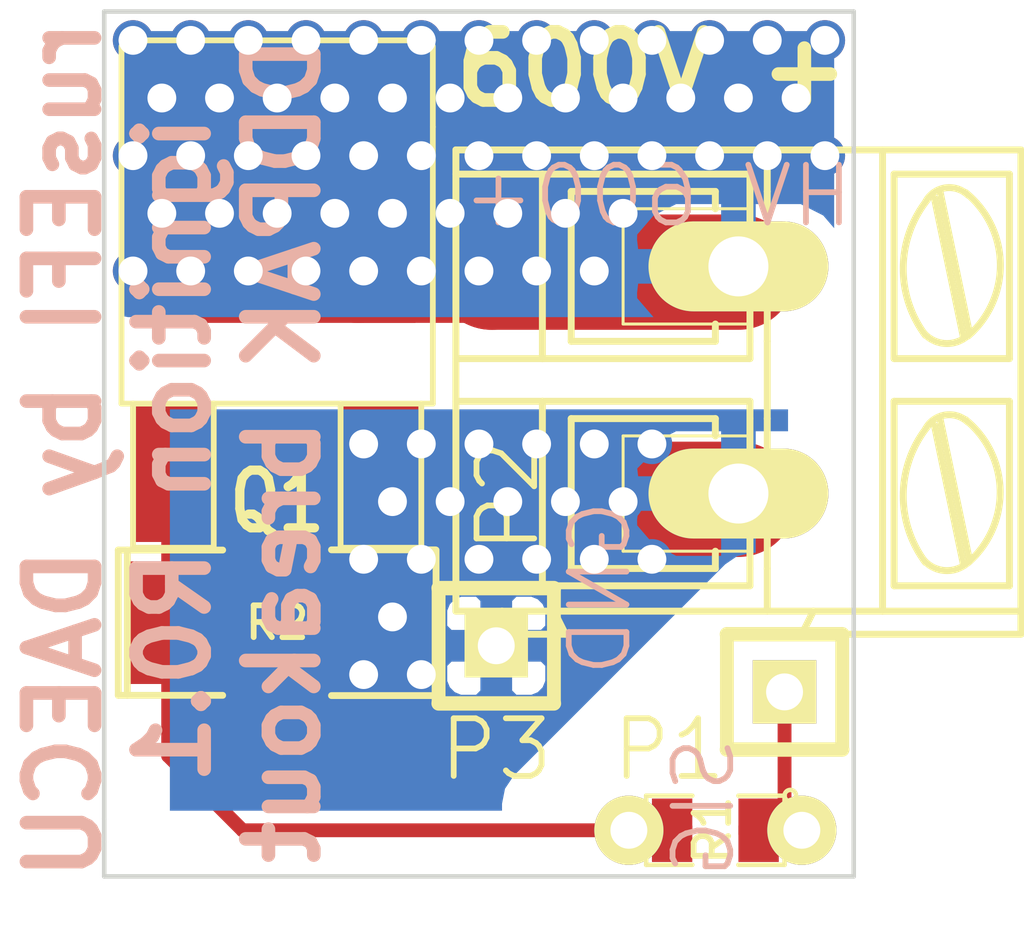
<source format=kicad_pcb>
(kicad_pcb (version 20221018) (generator pcbnew)
  (title_block (title "DDPAK breakout") (rev "R0.1") (company "rusEFI"))
  (layers (0 "F.Cu" signal) (31 "B.Cu" signal) (34 "B.Paste" user) (35 "F.Paste" user) (36 "B.SilkS" user) (37 "F.SilkS" user) (38 "B.Mask" user) (39 "F.Mask" user) (44 "Edge.Cuts" user))
  (net 0 "")
  (net 1 "/GND")
  (net 2 "/HV")
  (net 3 "/SIG")
  (net 4 "/SIG2")
  (footprint "SM2010" (layer "F.Cu") (at 212.09 172.212)
    (fp_text reference "R2" (at 0 0) (layer "F.SilkS") (effects (font (size 0.70104 0.70104) (thickness 0.127))))
    (fp_text value "100K" hide)
    (fp_line (start -3.5 -1.6) (end -3.5 1.6) (stroke (width 0.15)) (layer "F.SilkS"))
    (fp_line (start -3.5 1.6) (end -1.2 1.6) (stroke (width 0.15)) (layer "F.SilkS"))
    (fp_line (start -3.3 -1.6) (end -3.3 1.6) (stroke (width 0.15)) (layer "F.SilkS"))
    (fp_line (start -1.2 -1.6) (end -3.5 -1.6) (stroke (width 0.15)) (layer "F.SilkS"))
    (fp_line (start 1.19634 1.60528) (end 3.48234 1.60528) (stroke (width 0.15)) (layer "F.SilkS"))
    (fp_line (start 3.48234 -1.60528) (end 1.19634 -1.60528) (stroke (width 0.15)) (layer "F.SilkS"))
    (fp_line (start 3.50012 -1.6002) (end 3.50012 1.6002) (stroke (width 0.15)) (layer "F.SilkS"))
    (pad "1" smd rect (at -2.4003 0) (size 1.80086 2.70002) (layers "F.Cu" "F.Paste" "F.Mask") (net 4 "/SIG2"))
    (pad "2" smd rect (at 2.4003 0) (size 1.80086 2.70002) (layers "F.Cu" "F.Paste" "F.Mask") (net 1 "/GND"))
  )
  (footprint "DPAK2" (layer "F.Cu") (at 212.09 168.91)
    (fp_text reference "Q1" (at 0 0.635) (layer "F.SilkS") (effects (font (size 1.27 1.016) (thickness 0.2032))))
    (fp_text value "IRGS14C40L" hide)
    (fp_line (start -3.429 -9.525) (end 3.429 -9.525) (stroke (width 0.127)) (layer "F.SilkS"))
    (fp_line (start -3.429 -1.524) (end -3.429 -9.398) (stroke (width 0.127)) (layer "F.SilkS"))
    (fp_line (start -3.175 -1.524) (end -3.175 1.651) (stroke (width 0.127)) (layer "F.SilkS"))
    (fp_line (start -3.175 1.651) (end -1.397 1.651) (stroke (width 0.127)) (layer "F.SilkS"))
    (fp_line (start -1.397 1.651) (end -1.397 -1.524) (stroke (width 0.127)) (layer "F.SilkS"))
    (fp_line (start 1.397 -1.524) (end 1.397 1.651) (stroke (width 0.127)) (layer "F.SilkS"))
    (fp_line (start 1.397 1.651) (end 3.175 1.651) (stroke (width 0.127)) (layer "F.SilkS"))
    (fp_line (start 3.175 1.651) (end 3.175 -1.524) (stroke (width 0.127)) (layer "F.SilkS"))
    (fp_line (start 3.429 -9.398) (end 3.429 -7.62) (stroke (width 0.127)) (layer "F.SilkS"))
    (fp_line (start 3.429 -7.62) (end 3.429 -1.524) (stroke (width 0.127)) (layer "F.SilkS"))
    (fp_line (start 3.429 -1.524) (end -3.429 -1.524) (stroke (width 0.127)) (layer "F.SilkS"))
    (pad "1" smd rect (at -2.286 0) (size 1.651 3.048) (layers "F.Cu" "F.Paste" "F.Mask") (net 4 "/SIG2"))
    (pad "2" smd rect (at 0 -6.35) (size 6.096 6.096) (layers "F.Cu" "F.Paste" "F.Mask") (net 2 "/HV"))
    (pad "3" smd rect (at 2.286 0) (size 1.651 3.048) (layers "F.Cu" "F.Paste" "F.Mask") (net 1 "/GND"))
  )
  (footprint "AK300-2" (layer "F.Cu") (at 222.25 166.878 -90)
    (fp_text reference "P2" (at 2.54 5.08 270) (layer "F.SilkS") (effects (font (size 1.27 1.27) (thickness 0.127))))
    (fp_text value "CONN_2" hide)
    (fp_line (start -5.08 -3.175) (end -5.08 -6.223) (stroke (width 0.1524)) (layer "F.SilkS"))
    (fp_line (start -5.08 -3.175) (end 5.08 -3.175) (stroke (width 0.1524)) (layer "F.SilkS"))
    (fp_line (start -5.08 -0.635) (end -5.08 -3.175) (stroke (width 0.1524)) (layer "F.SilkS"))
    (fp_line (start -5.08 -0.635) (end -4.1656 -0.635) (stroke (width 0.1524)) (layer "F.SilkS"))
    (fp_line (start -5.08 6.223) (end -5.08 -0.635) (stroke (width 0.1524)) (layer "F.SilkS"))
    (fp_line (start -5.08 6.223) (end -4.5466 6.223) (stroke (width 0.1524)) (layer "F.SilkS"))
    (fp_line (start -4.5466 -3.429) (end -4.5466 -5.969) (stroke (width 0.1524)) (layer "F.SilkS"))
    (fp_line (start -4.5466 -0.254) (end -4.5466 4.318) (stroke (width 0.1524)) (layer "F.SilkS"))
    (fp_line (start -4.5466 -0.254) (end -4.1656 -0.254) (stroke (width 0.1524)) (layer "F.SilkS"))
    (fp_line (start -4.5466 4.318) (end -4.5466 6.223) (stroke (width 0.1524)) (layer "F.SilkS"))
    (fp_line (start -4.5466 6.223) (end -0.4826 6.223) (stroke (width 0.1524)) (layer "F.SilkS"))
    (fp_line (start -4.1656 -0.635) (end -0.8636 -0.635) (stroke (width 0.1524)) (layer "F.SilkS"))
    (fp_line (start -4.1656 0.508) (end -3.7846 0.508) (stroke (width 0.1524)) (layer "F.SilkS"))
    (fp_line (start -4.1656 3.683) (end -4.1656 0.508) (stroke (width 0.1524)) (layer "F.SilkS"))
    (fp_line (start -4.1402 -4.445) (end -1.08966 -5.08) (stroke (width 0.1524)) (layer "F.SilkS"))
    (fp_line (start -4.0132 -4.318) (end -0.9652 -4.953) (stroke (width 0.1524)) (layer "F.SilkS"))
    (fp_line (start -3.7846 -0.254) (end -1.2446 -0.254) (stroke (width 0.06604)) (layer "F.SilkS"))
    (fp_line (start -3.7846 2.54) (end -3.7846 -0.254) (stroke (width 0.06604)) (layer "F.SilkS"))
    (fp_line (start -3.7846 2.54) (end -1.2446 2.54) (stroke (width 0.06604)) (layer "F.SilkS"))
    (fp_line (start -1.2446 2.54) (end -1.2446 -0.254) (stroke (width 0.06604)) (layer "F.SilkS"))
    (fp_line (start -0.8636 -0.635) (end 0.8382 -0.635) (stroke (width 0.1524)) (layer "F.SilkS"))
    (fp_line (start -0.8636 -0.254) (end -4.1656 -0.254) (stroke (width 0.1524)) (layer "F.SilkS"))
    (fp_line (start -0.8636 0.508) (end -1.2446 0.508) (stroke (width 0.1524)) (layer "F.SilkS"))
    (fp_line (start -0.8636 3.683) (end -4.1656 3.683) (stroke (width 0.1524)) (layer "F.SilkS"))
    (fp_line (start -0.8636 3.683) (end -0.8636 0.508) (stroke (width 0.1524)) (layer "F.SilkS"))
    (fp_line (start -0.4826 -5.969) (end -4.5466 -5.969) (stroke (width 0.1524)) (layer "F.SilkS"))
    (fp_line (start -0.4826 -3.429) (end -4.5466 -3.429) (stroke (width 0.1524)) (layer "F.SilkS"))
    (fp_line (start -0.4826 -3.429) (end -0.4826 -5.969) (stroke (width 0.1524)) (layer "F.SilkS"))
    (fp_line (start -0.4826 -0.254) (end -0.8636 -0.254) (stroke (width 0.1524)) (layer "F.SilkS"))
    (fp_line (start -0.4826 4.318) (end -4.5466 4.318) (stroke (width 0.1524)) (layer "F.SilkS"))
    (fp_line (start -0.4826 4.318) (end -0.4826 -0.254) (stroke (width 0.1524)) (layer "F.SilkS"))
    (fp_line (start -0.4826 6.223) (end -0.4826 4.318) (stroke (width 0.1524)) (layer "F.SilkS"))
    (fp_line (start -0.4826 6.223) (end 0.4572 6.223) (stroke (width 0.1524)) (layer "F.SilkS"))
    (fp_line (start 0.4572 -5.969) (end 4.5212 -5.969) (stroke (width 0.1524)) (layer "F.SilkS"))
    (fp_line (start 0.4572 -3.429) (end 0.4572 -5.969) (stroke (width 0.1524)) (layer "F.SilkS"))
    (fp_line (start 0.4572 -0.254) (end 0.8382 -0.254) (stroke (width 0.1524)) (layer "F.SilkS"))
    (fp_line (start 0.4572 4.318) (end 0.4572 -0.254) (stroke (width 0.1524)) (layer "F.SilkS"))
    (fp_line (start 0.4572 4.318) (end 4.5212 4.318) (stroke (width 0.1524)) (layer "F.SilkS"))
    (fp_line (start 0.4572 6.223) (end 0.4572 4.318) (stroke (width 0.1524)) (layer "F.SilkS"))
    (fp_line (start 0.4572 6.223) (end 4.5212 6.223) (stroke (width 0.1524)) (layer "F.SilkS"))
    (fp_line (start 0.8382 -0.254) (end 4.1402 -0.254) (stroke (width 0.1524)) (layer "F.SilkS"))
    (fp_line (start 0.8382 0.508) (end 1.2192 0.508) (stroke (width 0.1524)) (layer "F.SilkS"))
    (fp_line (start 0.8382 3.683) (end 0.8382 0.508) (stroke (width 0.1524)) (layer "F.SilkS"))
    (fp_line (start 0.8636 -4.445) (end 3.9116 -5.08) (stroke (width 0.1524)) (layer "F.SilkS"))
    (fp_line (start 0.9906 -4.318) (end 4.0386 -4.953) (stroke (width 0.1524)) (layer "F.SilkS"))
    (fp_line (start 1.2192 -0.254) (end 3.7592 -0.254) (stroke (width 0.06604)) (layer "F.SilkS"))
    (fp_line (start 1.2192 2.54) (end 1.2192 -0.254) (stroke (width 0.06604)) (layer "F.SilkS"))
    (fp_line (start 1.2192 2.54) (end 3.7592 2.54) (stroke (width 0.06604)) (layer "F.SilkS"))
    (fp_line (start 3.7592 2.54) (end 3.7592 -0.254) (stroke (width 0.06604)) (layer "F.SilkS"))
    (fp_line (start 4.1402 -0.635) (end 0.8382 -0.635) (stroke (width 0.1524)) (layer "F.SilkS"))
    (fp_line (start 4.1402 0.508) (end 3.7592 0.508) (stroke (width 0.1524)) (layer "F.SilkS"))
    (fp_line (start 4.1402 3.683) (end 0.8382 3.683) (stroke (width 0.1524)) (layer "F.SilkS"))
    (fp_line (start 4.1402 3.683) (end 4.1402 0.508) (stroke (width 0.1524)) (layer "F.SilkS"))
    (fp_line (start 4.5212 -5.969) (end 4.5212 -3.429) (stroke (width 0.1524)) (layer "F.SilkS"))
    (fp_line (start 4.5212 -3.429) (end 0.4572 -3.429) (stroke (width 0.1524)) (layer "F.SilkS"))
    (fp_line (start 4.5212 -0.254) (end 4.1402 -0.254) (stroke (width 0.1524)) (layer "F.SilkS"))
    (fp_line (start 4.5212 -0.254) (end 4.5212 4.318) (stroke (width 0.1524)) (layer "F.SilkS"))
    (fp_line (start 4.5212 4.318) (end 4.5212 6.223) (stroke (width 0.1524)) (layer "F.SilkS"))
    (fp_line (start 4.5212 6.223) (end 5.08 6.223) (stroke (width 0.1524)) (layer "F.SilkS"))
    (fp_line (start 5.08 -6.223) (end -5.08 -6.223) (stroke (width 0.1524)) (layer "F.SilkS"))
    (fp_line (start 5.08 -6.223) (end 5.08 -3.175) (stroke (width 0.1524)) (layer "F.SilkS"))
    (fp_line (start 5.08 -6.223) (end 5.588 -6.223) (stroke (width 0.1524)) (layer "F.SilkS"))
    (fp_line (start 5.08 -3.175) (end 5.08 -1.651) (stroke (width 0.1524)) (layer "F.SilkS"))
    (fp_line (start 5.08 -1.651) (end 5.08 -0.635) (stroke (width 0.1524)) (layer "F.SilkS"))
    (fp_line (start 5.08 -0.635) (end 4.1402 -0.635) (stroke (width 0.1524)) (layer "F.SilkS"))
    (fp_line (start 5.08 -0.635) (end 5.08 4.064) (stroke (width 0.1524)) (layer "F.SilkS"))
    (fp_line (start 5.08 4.064) (end 5.08 5.207) (stroke (width 0.1524)) (layer "F.SilkS"))
    (fp_line (start 5.08 5.207) (end 5.08 6.223) (stroke (width 0.1524)) (layer "F.SilkS"))
    (fp_line (start 5.588 -6.223) (end 5.588 -1.397) (stroke (width 0.1524)) (layer "F.SilkS"))
    (fp_line (start 5.588 -1.397) (end 5.08 -1.651) (stroke (width 0.1524)) (layer "F.SilkS"))
    (fp_line (start 5.588 3.81) (end 5.08 4.064) (stroke (width 0.1524)) (layer "F.SilkS"))
    (fp_line (start 5.588 3.81) (end 5.588 5.461) (stroke (width 0.1524)) (layer "F.SilkS"))
    (fp_line (start 5.588 5.461) (end 5.08 5.207) (stroke (width 0.1524)) (layer "F.SilkS"))
    (fp_arc (start -4.1402 -5.0038) (mid -2.575347 -5.768837) (end -0.983427 -5.061847) (stroke (width 0.1524)) (layer "F.SilkS"))
    (fp_arc (start -3.94462 -4.1275) (mid -4.242784 -4.553845) (end -4.08952 -5.051019) (stroke (width 0.1524)) (layer "F.SilkS"))
    (fp_arc (start -0.99822 -4.11734) (mid -2.500269 -3.630479) (end -3.985988 -4.165104) (stroke (width 0.1524)) (layer "F.SilkS"))
    (fp_arc (start -0.9906 -5.05206) (mid -0.816264 -4.555962) (end -1.04585 -4.08289) (stroke (width 0.1524)) (layer "F.SilkS"))
    (fp_arc (start 0.8636 -5.0038) (mid 2.426638 -5.764946) (end 4.014411 -5.056844) (stroke (width 0.1524)) (layer "F.SilkS"))
    (fp_arc (start 1.05664 -4.1275) (mid 0.759456 -4.555849) (end 0.914903 -5.053481) (stroke (width 0.1524)) (layer "F.SilkS"))
    (fp_arc (start 4.00304 -4.11734) (mid 2.500991 -3.630479) (end 1.015272 -4.165104) (stroke (width 0.1524)) (layer "F.SilkS"))
    (fp_arc (start 4.01066 -5.05206) (mid 4.185748 -4.557765) (end 3.957972 -4.085429) (stroke (width 0.1524)) (layer "F.SilkS"))
    (pad "1" thru_hole oval (at -2.5146 0 270) (size 1.9812 3.9624) (drill 1.3208) (layers "*.Cu" "F.Paste" "F.SilkS" "F.Mask") (net 2 "/HV"))
    (pad "2" thru_hole oval (at 2.4892 0 270) (size 1.9812 3.9624) (drill 1.3208) (layers "*.Cu" "F.Paste" "F.SilkS" "F.Mask") (net 1 "/GND"))
  )
  (footprint "SM0805_jumper" (layer "F.Cu") (at 221.742 176.784 180)
    (fp_text reference "R1" (at 0.0635 0 270) (layer "F.SilkS") (effects (font (size 0.762 0.762) (thickness 0.127))))
    (fp_text value "1K" hide)
    (fp_line (start -1.524 -0.762) (end -0.508 -0.762) (stroke (width 0.09906)) (layer "F.SilkS"))
    (fp_line (start -1.524 0.762) (end -1.524 -0.762) (stroke (width 0.09906)) (layer "F.SilkS"))
    (fp_line (start -0.508 0.762) (end -1.524 0.762) (stroke (width 0.09906)) (layer "F.SilkS"))
    (fp_line (start 0.508 -0.762) (end 1.524 -0.762) (stroke (width 0.09906)) (layer "F.SilkS"))
    (fp_line (start 1.524 -0.762) (end 1.524 0.762) (stroke (width 0.09906)) (layer "F.SilkS"))
    (fp_line (start 1.524 0.762) (end 0.508 0.762) (stroke (width 0.09906)) (layer "F.SilkS"))
    (fp_circle (center -1.651 0.762) (end -1.651 0.635) (stroke (width 0.09906)) (fill none) (layer "F.SilkS"))
    (pad "1" thru_hole circle (at -1.905 0 180) (size 1.524 1.524) (drill 0.8128) (layers "*.Cu" "*.Mask" "F.SilkS") (net 3 "/SIG"))
    (pad "1" smd rect (at -1.27 0 180) (size 1.524 0.2032) (layers "F.Cu" "F.Paste" "F.Mask") (net 3 "/SIG"))
    (pad "1" smd rect (at -0.9525 0 180) (size 0.889 1.397) (layers "F.Cu" "F.Paste" "F.Mask") (net 3 "/SIG"))
    (pad "2" smd rect (at 0.9525 0 180) (size 0.889 1.397) (layers "F.Cu" "F.Paste" "F.Mask") (net 4 "/SIG2"))
    (pad "2" smd rect (at 1.27 0 180) (size 1.524 0.2032) (layers "F.Cu" "F.Paste" "F.Mask") (net 4 "/SIG2"))
    (pad "2" thru_hole circle (at 1.905 0 180) (size 1.524 1.524) (drill 0.8128) (layers "*.Cu" "*.Mask" "F.SilkS") (net 4 "/SIG2"))
  )
  (footprint "SIL-1" (layer "F.Cu") (at 223.266 173.736 180)
    (fp_text reference "P1" (at 2.54 -1.27 180) (layer "F.SilkS") (effects (font (size 1.27 1.27) (thickness 0.127))))
    (fp_text value "CONN_1" hide)
    (fp_line (start -1.27 -1.27) (end 1.27 -1.27) (stroke (width 0.3175)) (layer "F.SilkS"))
    (fp_line (start -1.27 1.27) (end -1.27 -1.27) (stroke (width 0.3048)) (layer "F.SilkS"))
    (fp_line (start -1.27 1.27) (end 1.27 1.27) (stroke (width 0.3175)) (layer "F.SilkS"))
    (fp_line (start 1.27 -1.27) (end 1.27 1.27) (stroke (width 0.3048)) (layer "F.SilkS"))
    (pad "1" thru_hole rect (at 0 0 180) (size 1.397 1.397) (drill 0.8128) (layers "*.Cu" "*.Mask" "F.SilkS") (net 3 "/SIG"))
  )
  (footprint "SIL-1" (layer "F.Cu") (at 216.916 172.72)
    (fp_text reference "P3" (at 0 2.286) (layer "F.SilkS") (effects (font (size 1.27 1.27) (thickness 0.127))))
    (fp_text value "CONN_1" hide)
    (fp_line (start -1.27 -1.27) (end 1.27 -1.27) (stroke (width 0.3175)) (layer "F.SilkS"))
    (fp_line (start -1.27 1.27) (end -1.27 -1.27) (stroke (width 0.3048)) (layer "F.SilkS"))
    (fp_line (start -1.27 1.27) (end 1.27 1.27) (stroke (width 0.3175)) (layer "F.SilkS"))
    (fp_line (start 1.27 -1.27) (end 1.27 1.27) (stroke (width 0.3048)) (layer "F.SilkS"))
    (pad "1" thru_hole rect (at 0 0) (size 1.397 1.397) (drill 0.8128) (layers "*.Cu" "*.Mask" "F.SilkS") (net 1 "/GND"))
  )
  (gr_line (start 208.28 176.53) (end 208.28 158.75) (stroke (width 0.1)) (layer "Edge.Cuts"))
  (gr_line (start 208.28 176.53) (end 208.28 177.038) (stroke (width 0.1)) (layer "Edge.Cuts"))
  (gr_line (start 224.79 158.75) (end 224.79 176.53) (stroke (width 0.1)) (layer "Edge.Cuts"))
  (gr_line (start 208.28 177.8) (end 208.28 177.038) (stroke (width 0.1)) (layer "Edge.Cuts"))
  (gr_line (start 224.79 177.8) (end 224.79 177.038) (stroke (width 0.1)) (layer "Edge.Cuts"))
  (gr_line (start 224.79 177.8) (end 208.28 177.8) (stroke (width 0.1)) (layer "Edge.Cuts"))
  (gr_line (start 208.28 158.75) (end 224.79 158.75) (stroke (width 0.1)) (layer "Edge.Cuts"))
  (gr_line (start 224.79 176.53) (end 224.79 177.038) (stroke (width 0.1)) (layer "Edge.Cuts"))
  (gr_text "GND" (at 219.202 171.45 90) (layer "B.SilkS") (effects (font (size 1.27 1.27) (thickness 0.127)) (justify mirror)))
  (gr_text "HV 600+" (at 220.472 162.814) (layer "B.SilkS") (effects (font (size 1.27 1.27) (thickness 0.127)) (justify mirror)))
  (gr_text "rusEFI by DAECU\nignition R0.1\nDDPAK breakout\n" (at 209.804 168.402 90) (layer "B.SilkS") (effects (font (size 1.5 1.5) (thickness 0.3)) (justify mirror)))
  (gr_text "SIG" (at 221.488 176.276 90) (layer "B.SilkS") (effects (font (size 1.27 1.27) (thickness 0.127)) (justify mirror)))
  (gr_text "600V +" (at 220.345 160.02) (layer "F.SilkS") (effects (font (size 1.5 1.5) (thickness 0.3))))
  (segment (start 214.9602 169.4942) (end 214.376 168.91) (width 2.54) (layer "F.Cu") (net 1))
  (segment (start 214.4903 169.0243) (end 214.376 168.91) (width 0.3048) (layer "F.Cu") (net 1))
  (segment (start 214.9983 172.72) (end 214.4903 172.212) (width 0.3048) (layer "F.Cu") (net 1))
  (segment (start 213.995 168.275) (end 215.265 168.275) (width 0.3048) (layer "F.Cu") (net 1))
  (segment (start 216.535 168.275) (end 217.805 168.275) (width 0.3048) (layer "F.Cu") (net 1))
  (segment (start 219.075 168.275) (end 220.345 168.275) (width 0.3048) (layer "F.Cu") (net 1))
  (segment (start 219.71 169.545) (end 218.44 169.545) (width 0.3048) (layer "F.Cu") (net 1))
  (segment (start 217.17 169.545) (end 215.9 169.545) (width 0.3048) (layer "F.Cu") (net 1))
  (segment (start 214.63 169.545) (end 213.995 170.18) (width 0.3048) (layer "F.Cu") (net 1))
  (segment (start 213.995 170.18) (end 213.995 170.815) (width 0.3048) (layer "F.Cu") (net 1))
  (segment (start 215.265 170.815) (end 216.535 170.815) (width 0.3048) (layer "F.Cu") (net 1))
  (segment (start 217.805 170.815) (end 219.075 170.815) (width 0.3048) (layer "F.Cu") (net 1))
  (segment (start 220.345 170.815) (end 215.265 170.815) (width 0.3048) (layer "F.Cu") (net 1))
  (segment (start 215.265 170.815) (end 214.63 171.45) (width 0.3048) (layer "F.Cu") (net 1))
  (segment (start 214.63 171.45) (end 214.63 172.085) (width 0.3048) (layer "F.Cu") (net 1))
  (segment (start 213.995 173.355) (end 215.265 173.355) (width 0.3048) (layer "F.Cu") (net 1))
  (segment (start 216.916 172.72) (end 214.9983 172.72) (width 0.3048) (layer "F.Cu") (net 1))
  (segment (start 214.4903 172.212) (end 214.4903 169.0243) (width 0.3048) (layer "F.Cu") (net 1))
  (segment (start 222.25 169.4942) (end 214.9602 169.4942) (width 2.54) (layer "F.Cu") (net 1))
  (via (at 215.265 173.355) (size 0.889) (drill 0.635) (layers "F.Cu" "B.Cu") (net 1))
  (via (at 215.265 168.275) (size 0.889) (drill 0.635) (layers "F.Cu" "B.Cu") (net 1))
  (via (at 220.345 170.815) (size 0.889) (drill 0.635) (layers "F.Cu" "B.Cu") (net 1))
  (via (at 213.995 170.815) (size 0.889) (drill 0.635) (layers "F.Cu" "B.Cu") (net 1))
  (via (at 217.805 168.275) (size 0.889) (drill 0.635) (layers "F.Cu" "B.Cu") (net 1))
  (via (at 217.805 170.815) (size 0.889) (drill 0.635) (layers "F.Cu" "B.Cu") (net 1))
  (via (at 214.63 172.085) (size 0.889) (drill 0.635) (layers "F.Cu" "B.Cu") (net 1))
  (via (at 216.535 168.275) (size 0.889) (drill 0.635) (layers "F.Cu" "B.Cu") (net 1))
  (via (at 220.345 168.275) (size 0.889) (drill 0.635) (layers "F.Cu" "B.Cu") (net 1))
  (via (at 217.17 169.545) (size 0.889) (drill 0.635) (layers "F.Cu" "B.Cu") (net 1))
  (via (at 219.075 170.815) (size 0.889) (drill 0.635) (layers "F.Cu" "B.Cu") (net 1))
  (via (at 218.44 169.545) (size 0.889) (drill 0.635) (layers "F.Cu" "B.Cu") (net 1))
  (via (at 213.995 168.275) (size 0.889) (drill 0.635) (layers "F.Cu" "B.Cu") (net 1))
  (via (at 214.63 169.545) (size 0.889) (drill 0.635) (layers "F.Cu" "B.Cu") (net 1))
  (via (at 215.265 170.815) (size 0.889) (drill 0.635) (layers "F.Cu" "B.Cu") (net 1))
  (via (at 219.075 168.275) (size 0.889) (drill 0.635) (layers "F.Cu" "B.Cu") (net 1))
  (via (at 213.995 173.355) (size 0.889) (drill 0.635) (layers "F.Cu" "B.Cu") (net 1))
  (via (at 219.71 169.545) (size 0.889) (drill 0.635) (layers "F.Cu" "B.Cu") (net 1))
  (via (at 216.535 170.815) (size 0.889) (drill 0.635) (layers "F.Cu" "B.Cu") (net 1))
  (via (at 215.9 169.545) (size 0.889) (drill 0.635) (layers "F.Cu" "B.Cu") (net 1))
  (segment (start 215.0872 169.3672) (end 213.995 168.275) (width 0.3048) (layer "B.Cu") (net 1))
  (segment (start 215.265 168.275) (end 216.535 168.275) (width 0.3048) (layer "B.Cu") (net 1))
  (segment (start 217.805 168.275) (end 219.075 168.275) (width 0.3048) (layer "B.Cu") (net 1))
  (segment (start 220.345 168.275) (end 219.71 168.91) (width 0.3048) (layer "B.Cu") (net 1))
  (segment (start 219.71 168.91) (end 219.71 169.545) (width 0.3048) (layer "B.Cu") (net 1))
  (segment (start 218.44 169.545) (end 217.17 169.545) (width 0.3048) (layer "B.Cu") (net 1))
  (segment (start 215.9 169.545) (end 214.63 169.545) (width 0.3048) (layer "B.Cu") (net 1))
  (segment (start 213.995 170.815) (end 215.265 170.815) (width 0.3048) (layer "B.Cu") (net 1))
  (segment (start 216.535 170.815) (end 217.805 170.815) (width 0.3048) (layer "B.Cu") (net 1))
  (segment (start 219.075 170.815) (end 220.345 170.815) (width 0.3048) (layer "B.Cu") (net 1))
  (segment (start 214.63 172.085) (end 213.995 172.72) (width 0.3048) (layer "B.Cu") (net 1))
  (segment (start 213.995 172.72) (end 213.995 173.355) (width 0.3048) (layer "B.Cu") (net 1))
  (segment (start 222.25 169.3672) (end 215.0872 169.3672) (width 0.3048) (layer "B.Cu") (net 1))
  (segment (start 216.8144 164.4904) (end 216.662 164.338) (width 2.54) (layer "F.Cu") (net 2))
  (segment (start 216.662 164.338) (end 213.868 164.338) (width 2.54) (layer "F.Cu") (net 2))
  (segment (start 213.868 164.338) (end 212.09 162.56) (width 2.54) (layer "F.Cu") (net 2))
  (segment (start 210.185 159.385) (end 211.455 159.385) (width 0.3048) (layer "F.Cu") (net 2))
  (segment (start 212.725 159.385) (end 213.995 159.385) (width 0.3048) (layer "F.Cu") (net 2))
  (segment (start 215.265 159.385) (end 216.535 159.385) (width 0.3048) (layer "F.Cu") (net 2))
  (segment (start 217.805 159.385) (end 219.075 159.385) (width 0.3048) (layer "F.Cu") (net 2))
  (segment (start 220.345 159.385) (end 221.615 159.385) (width 0.3048) (layer "F.Cu") (net 2))
  (segment (start 222.885 159.385) (end 224.155 159.385) (width 0.3048) (layer "F.Cu") (net 2))
  (segment (start 224.155 160.02) (end 223.52 160.655) (width 0.3048) (layer "F.Cu") (net 2))
  (segment (start 222.25 160.655) (end 220.98 160.655) (width 0.3048) (layer "F.Cu") (net 2))
  (segment (start 219.71 160.655) (end 218.44 160.655) (width 0.3048) (layer "F.Cu") (net 2))
  (segment (start 217.17 160.655) (end 215.9 160.655) (width 0.3048) (layer "F.Cu") (net 2))
  (segment (start 214.63 160.655) (end 213.36 160.655) (width 0.3048) (layer "F.Cu") (net 2))
  (segment (start 212.09 160.655) (end 210.82 160.655) (width 0.3048) (layer "F.Cu") (net 2))
  (segment (start 209.55 160.655) (end 208.915 161.29) (width 0.3048) (layer "F.Cu") (net 2))
  (segment (start 208.915 161.29) (end 208.915 161.925) (width 0.3048) (layer "F.Cu") (net 2))
  (segment (start 210.185 161.925) (end 211.455 161.925) (width 0.3048) (layer "F.Cu") (net 2))
  (segment (start 212.725 161.925) (end 213.995 161.925) (width 0.3048) (layer "F.Cu") (net 2))
  (segment (start 215.265 161.925) (end 216.535 161.925) (width 0.3048) (layer "F.Cu") (net 2))
  (segment (start 217.805 161.925) (end 219.075 161.925) (width 0.3048) (layer "F.Cu") (net 2))
  (segment (start 220.345 161.925) (end 221.615 161.925) (width 0.3048) (layer "F.Cu") (net 2))
  (segment (start 222.885 161.925) (end 224.155 161.925) (width 0.3048) (layer "F.Cu") (net 2))
  (segment (start 219.71 163.195) (end 218.44 163.195) (width 0.3048) (layer "F.Cu") (net 2))
  (segment (start 217.17 163.195) (end 215.9 163.195) (width 0.3048) (layer "F.Cu") (net 2))
  (segment (start 214.63 163.195) (end 212.09 162.56) (width 0.3048) (layer "F.Cu") (net 2))
  (segment (start 208.915 162.56) (end 209.55 163.195) (width 0.3048) (layer "F.Cu") (net 2))
  (segment (start 210.82 163.195) (end 209.55 164.465) (width 0.3048) (layer "F.Cu") (net 2))
  (segment (start 209.55 164.465) (end 208.915 164.465) (width 0.3048) (layer "F.Cu") (net 2))
  (segment (start 210.185 164.465) (end 211.455 164.465) (width 0.3048) (layer "F.Cu") (net 2))
  (segment (start 212.725 164.465) (end 212.7504 164.4904) (width 0.3048) (layer "F.Cu") (net 2))
  (segment (start 212.7504 164.4904) (end 213.7156 164.4904) (width 0.3048) (layer "F.Cu") (net 2))
  (segment (start 213.7156 164.4904) (end 213.868 164.338) (width 0.3048) (layer "F.Cu") (net 2))
  (segment (start 213.868 164.338) (end 212.09 162.56) (width 0.3048) (layer "F.Cu") (net 2))
  (segment (start 212.725 162.56) (end 213.36 163.195) (width 0.3048) (layer "F.Cu") (net 2))
  (segment (start 212.09 163.195) (end 213.36 164.465) (width 0.3048) (layer "F.Cu") (net 2))
  (segment (start 213.36 164.465) (end 213.995 164.465) (width 0.3048) (layer "F.Cu") (net 2))
  (segment (start 215.265 164.465) (end 216.535 164.465) (width 0.3048) (layer "F.Cu") (net 2))
  (segment (start 217.805 164.465) (end 219.075 164.465) (width 0.3048) (layer "F.Cu") (net 2))
  (segment (start 222.25 164.4904) (end 216.8144 164.4904) (width 2.54) (layer "F.Cu") (net 2))
  (segment (start 212.09 162.56) (end 212.725 162.56) (width 0.3048) (layer "F.Cu") (net 2))
  (segment (start 212.09 162.56) (end 208.915 159.385) (width 0.3048) (layer "F.Cu") (net 2))
  (segment (start 224.155 159.385) (end 224.155 160.02) (width 0.3048) (layer "F.Cu") (net 2))
  (segment (start 208.915 161.925) (end 208.915 162.56) (width 0.3048) (layer "F.Cu") (net 2))
  (via (at 212.725 164.465) (size 0.889) (drill 0.635) (layers "F.Cu" "B.Cu") (net 2))
  (via (at 209.55 163.195) (size 0.889) (drill 0.635) (layers "F.Cu" "B.Cu") (net 2))
  (via (at 216.535 159.385) (size 0.889) (drill 0.635) (layers "F.Cu" "B.Cu") (net 2))
  (via (at 220.345 161.925) (size 0.889) (drill 0.635) (layers "F.Cu" "B.Cu") (net 2))
  (via (at 210.185 164.465) (size 0.889) (drill 0.635) (layers "F.Cu" "B.Cu") (net 2))
  (via (at 209.55 160.655) (size 0.889) (drill 0.635) (layers "F.Cu" "B.Cu") (net 2))
  (via (at 222.885 159.385) (size 0.889) (drill 0.635) (layers "F.Cu" "B.Cu") (net 2))
  (via (at 212.725 161.925) (size 0.889) (drill 0.635) (layers "F.Cu" "B.Cu") (net 2))
  (via (at 211.455 159.385) (size 0.889) (drill 0.635) (layers "F.Cu" "B.Cu") (net 2))
  (via (at 214.63 160.655) (size 0.889) (drill 0.635) (layers "F.Cu" "B.Cu") (net 2))
  (via (at 215.265 161.925) (size 0.889) (drill 0.635) (layers "F.Cu" "B.Cu") (net 2))
  (via (at 219.075 164.465) (size 0.889) (drill 0.635) (layers "F.Cu" "B.Cu") (net 2))
  (via (at 212.09 160.655) (size 0.889) (drill 0.635) (layers "F.Cu" "B.Cu") (net 2))
  (via (at 219.71 163.195) (size 0.889) (drill 0.635) (layers "F.Cu" "B.Cu") (net 2))
  (via (at 213.995 159.385) (size 0.889) (drill 0.635) (layers "F.Cu" "B.Cu") (net 2))
  (via (at 221.615 161.925) (size 0.889) (drill 0.635) (layers "F.Cu" "B.Cu") (net 2))
  (via (at 212.09 163.195) (size 0.889) (drill 0.635) (layers "F.Cu" "B.Cu") (net 2))
  (via (at 215.265 159.385) (size 0.889) (drill 0.635) (layers "F.Cu" "B.Cu") (net 2))
  (via (at 215.9 163.195) (size 0.889) (drill 0.635) (layers "F.Cu" "B.Cu") (net 2))
  (via (at 217.805 164.465) (size 0.889) (drill 0.635) (layers "F.Cu" "B.Cu") (net 2))
  (via (at 215.9 160.655) (size 0.889) (drill 0.635) (layers "F.Cu" "B.Cu") (net 2))
  (via (at 224.155 159.385) (size 0.889) (drill 0.635) (layers "F.Cu" "B.Cu") (net 2))
  (via (at 213.995 161.925) (size 0.889) (drill 0.635) (layers "F.Cu" "B.Cu") (net 2))
  (via (at 217.17 160.655) (size 0.889) (drill 0.635) (layers "F.Cu" "B.Cu") (net 2))
  (via (at 214.63 163.195) (size 0.889) (drill 0.635) (layers "F.Cu" "B.Cu") (net 2))
  (via (at 208.915 159.385) (size 0.889) (drill 0.635) (layers "F.Cu" "B.Cu") (net 2))
  (via (at 223.52 160.655) (size 0.889) (drill 0.635) (layers "F.Cu" "B.Cu") (net 2))
  (via (at 217.805 159.385) (size 0.889) (drill 0.635) (layers "F.Cu" "B.Cu") (net 2))
  (via (at 220.98 160.655) (size 0.889) (drill 0.635) (layers "F.Cu" "B.Cu") (net 2))
  (via (at 208.915 161.925) (size 0.889) (drill 0.635) (layers "F.Cu" "B.Cu") (net 2))
  (via (at 216.535 164.465) (size 0.889) (drill 0.635) (layers "F.Cu" "B.Cu") (net 2))
  (via (at 218.44 160.655) (size 0.889) (drill 0.635) (layers "F.Cu" "B.Cu") (net 2))
  (via (at 211.455 164.465) (size 0.889) (drill 0.635) (layers "F.Cu" "B.Cu") (net 2))
  (via (at 212.725 159.385) (size 0.889) (drill 0.635) (layers "F.Cu" "B.Cu") (net 2))
  (via (at 221.615 159.385) (size 0.889) (drill 0.635) (layers "F.Cu" "B.Cu") (net 2))
  (via (at 216.535 161.925) (size 0.889) (drill 0.635) (layers "F.Cu" "B.Cu") (net 2))
  (via (at 210.82 160.655) (size 0.889) (drill 0.635) (layers "F.Cu" "B.Cu") (net 2))
  (via (at 220.345 159.385) (size 0.889) (drill 0.635) (layers "F.Cu" "B.Cu") (net 2))
  (via (at 217.805 161.925) (size 0.889) (drill 0.635) (layers "F.Cu" "B.Cu") (net 2))
  (via (at 224.155 161.925) (size 0.889) (drill 0.635) (layers "F.Cu" "B.Cu") (net 2))
  (via (at 219.71 160.655) (size 0.889) (drill 0.635) (layers "F.Cu" "B.Cu") (net 2))
  (via (at 213.995 164.465) (size 0.889) (drill 0.635) (layers "F.Cu" "B.Cu") (net 2))
  (via (at 215.265 164.465) (size 0.889) (drill 0.635) (layers "F.Cu" "B.Cu") (net 2))
  (via (at 211.455 161.925) (size 0.889) (drill 0.635) (layers "F.Cu" "B.Cu") (net 2))
  (via (at 210.185 161.925) (size 0.889) (drill 0.635) (layers "F.Cu" "B.Cu") (net 2))
  (via (at 213.36 160.655) (size 0.889) (drill 0.635) (layers "F.Cu" "B.Cu") (net 2))
  (via (at 222.885 161.925) (size 0.889) (drill 0.635) (layers "F.Cu" "B.Cu") (net 2))
  (via (at 213.36 163.195) (size 0.889) (drill 0.635) (layers "F.Cu" "B.Cu") (net 2))
  (via (at 219.075 159.385) (size 0.889) (drill 0.635) (layers "F.Cu" "B.Cu") (net 2))
  (via (at 208.915 164.465) (size 0.889) (drill 0.635) (layers "F.Cu" "B.Cu") (net 2))
  (via (at 217.17 163.195) (size 0.889) (drill 0.635) (layers "F.Cu" "B.Cu") (net 2))
  (via (at 210.185 159.385) (size 0.889) (drill 0.635) (layers "F.Cu" "B.Cu") (net 2))
  (via (at 222.25 160.655) (size 0.889) (drill 0.635) (layers "F.Cu" "B.Cu") (net 2))
  (via (at 219.075 161.925) (size 0.889) (drill 0.635) (layers "F.Cu" "B.Cu") (net 2))
  (via (at 210.82 163.195) (size 0.889) (drill 0.635) (layers "F.Cu" "B.Cu") (net 2))
  (via (at 218.44 163.195) (size 0.889) (drill 0.635) (layers "F.Cu" "B.Cu") (net 2))
  (segment (start 208.915 159.385) (end 210.185 159.385) (width 0.3048) (layer "B.Cu") (net 2))
  (segment (start 211.455 159.385) (end 212.725 159.385) (width 0.3048) (layer "B.Cu") (net 2))
  (segment (start 213.995 159.385) (end 215.265 159.385) (width 0.3048) (layer "B.Cu") (net 2))
  (segment (start 216.535 159.385) (end 217.805 159.385) (width 0.3048) (layer "B.Cu") (net 2))
  (segment (start 219.075 159.385) (end 220.345 159.385) (width 0.3048) (layer "B.Cu") (net 2))
  (segment (start 221.615 159.385) (end 222.885 159.385) (width 0.3048) (layer "B.Cu") (net 2))
  (segment (start 224.155 159.385) (end 223.52 160.02) (width 0.3048) (layer "B.Cu") (net 2))
  (segment (start 223.52 160.655) (end 222.25 160.655) (width 0.3048) (layer "B.Cu") (net 2))
  (segment (start 220.98 160.655) (end 219.71 160.655) (width 0.3048) (layer "B.Cu") (net 2))
  (segment (start 218.44 160.655) (end 217.17 160.655) (width 0.3048) (layer "B.Cu") (net 2))
  (segment (start 215.9 160.655) (end 214.63 160.655) (width 0.3048) (layer "B.Cu") (net 2))
  (segment (start 213.36 160.655) (end 212.09 160.655) (width 0.3048) (layer "B.Cu") (net 2))
  (segment (start 210.82 160.655) (end 209.55 160.655) (width 0.3048) (layer "B.Cu") (net 2))
  (segment (start 208.915 161.925) (end 210.185 161.925) (width 0.3048) (layer "B.Cu") (net 2))
  (segment (start 211.455 161.925) (end 212.725 161.925) (width 0.3048) (layer "B.Cu") (net 2))
  (segment (start 213.995 161.925) (end 215.265 161.925) (width 0.3048) (layer "B.Cu") (net 2))
  (segment (start 216.535 161.925) (end 217.805 161.925) (width 0.3048) (layer "B.Cu") (net 2))
  (segment (start 219.075 161.925) (end 220.345 161.925) (width 0.3048) (layer "B.Cu") (net 2))
  (segment (start 221.615 161.925) (end 222.885 161.925) (width 0.3048) (layer "B.Cu") (net 2))
  (segment (start 224.155 161.925) (end 218.44 161.925) (width 0.3048) (layer "B.Cu") (net 2))
  (segment (start 218.44 161.925) (end 219.71 163.195) (width 0.3048) (layer "B.Cu") (net 2))
  (segment (start 218.44 163.195) (end 217.17 163.195) (width 0.3048) (layer "B.Cu") (net 2))
  (segment (start 215.9 163.195) (end 214.63 163.195) (width 0.3048) (layer "B.Cu") (net 2))
  (segment (start 209.55 163.195) (end 210.82 163.195) (width 0.3048) (layer "B.Cu") (net 2))
  (segment (start 208.915 164.465) (end 210.185 164.465) (width 0.3048) (layer "B.Cu") (net 2))
  (segment (start 211.455 164.465) (end 212.725 164.465) (width 0.3048) (layer "B.Cu") (net 2))
  (segment (start 213.36 163.195) (end 212.09 163.195) (width 0.3048) (layer "B.Cu") (net 2))
  (segment (start 213.995 164.465) (end 215.265 164.465) (width 0.3048) (layer "B.Cu") (net 2))
  (segment (start 216.535 164.465) (end 217.805 164.465) (width 0.3048) (layer "B.Cu") (net 2))
  (segment (start 223.266 176.2125) (end 222.6945 176.784) (width 0.3048) (layer "F.Cu") (net 3))
  (segment (start 223.266 173.736) (end 223.266 176.2125) (width 0.3048) (layer "F.Cu") (net 3))
  (segment (start 209.6897 169.0243) (end 209.804 168.91) (width 0.3048) (layer "F.Cu") (net 4))
  (segment (start 211.328 176.784) (end 209.6897 175.1457) (width 0.3048) (layer "F.Cu") (net 4))
  (segment (start 209.6897 175.1457) (end 209.6897 172.212) (width 0.3048) (layer "F.Cu") (net 4))
  (segment (start 209.6897 172.212) (end 209.6897 169.0243) (width 0.3048) (layer "F.Cu") (net 4))
  (segment (start 220.472 176.784) (end 211.328 176.784) (width 0.3048) (layer "F.Cu") (net 4))
  (zone (net 2) (net_name "/HV") (layer "B.Cu") (connect_pads (clearance 0.254)) (min_thickness 0.254) (fill (thermal_gap 0.254) (thermal_bridge_width 1.016) (smoothing fillet) (radius 0.762))
    (polygon (pts (xy 225.044 158.496) (xy 208.026 158.496) (xy 208.026 165.608) (xy 225.044 165.608)))
  )
  (zone (net 1) (net_name "/GND") (layer "B.Cu") (connect_pads (clearance 1.27)) (min_thickness 0.254) (fill (thermal_gap 0.254) (thermal_bridge_width 1.016) (smoothing fillet) (radius 0.762))
    (polygon (pts (xy 207.772 167.386) (xy 225.044 167.386) (xy 225.044 170.688) (xy 222.25 170.815) (xy 217.17 175.895) (xy 217.17 179.07) (xy 207.772 179.07)))
  )
)
</source>
